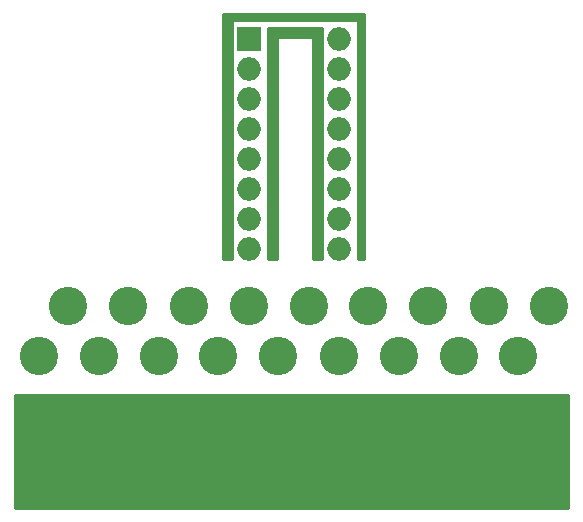
<source format=gbr>
G04 #@! TF.FileFunction,Soldermask,Bot*
%FSLAX46Y46*%
G04 Gerber Fmt 4.6, Leading zero omitted, Abs format (unit mm)*
G04 Created by KiCad (PCBNEW 4.0.7) date 04/02/18 18:29:08*
%MOMM*%
%LPD*%
G01*
G04 APERTURE LIST*
%ADD10C,0.100000*%
%ADD11R,2.000000X2.000000*%
%ADD12O,2.000000X2.000000*%
%ADD13O,2.200000X8.400000*%
%ADD14C,3.250000*%
%ADD15C,0.254000*%
G04 APERTURE END LIST*
D10*
D11*
X138740000Y-104140000D03*
D12*
X146360000Y-121920000D03*
X138740000Y-106680000D03*
X146360000Y-119380000D03*
X138740000Y-109220000D03*
X146360000Y-116840000D03*
X138740000Y-111760000D03*
X146360000Y-114300000D03*
X138740000Y-114300000D03*
X146360000Y-111760000D03*
X138740000Y-116840000D03*
X146360000Y-109220000D03*
X138740000Y-119380000D03*
X146360000Y-106680000D03*
X138740000Y-121920000D03*
X146360000Y-104140000D03*
D13*
X120920000Y-138430000D03*
X123460000Y-138430000D03*
X126000000Y-138430000D03*
X128540000Y-138430000D03*
X131080000Y-138430000D03*
X133620000Y-138430000D03*
X136160000Y-138430000D03*
X138700000Y-138430000D03*
X141240000Y-138430000D03*
X143780000Y-138430000D03*
X146320000Y-138430000D03*
X148860000Y-138430000D03*
X151400000Y-138430000D03*
X153940000Y-138430000D03*
X156480000Y-138430000D03*
X159020000Y-138430000D03*
X161560000Y-138430000D03*
X164100000Y-138430000D03*
D14*
X123440000Y-126740000D03*
X143840000Y-126740000D03*
X126040000Y-130940000D03*
X146340000Y-130940000D03*
X128540000Y-126740000D03*
X148840000Y-126740000D03*
X131140000Y-130940000D03*
X151440000Y-130940000D03*
X133640000Y-126740000D03*
X153940000Y-126740000D03*
X136140000Y-130940000D03*
X156540000Y-130940000D03*
X138740000Y-126740000D03*
X159040000Y-126740000D03*
X141240000Y-130940000D03*
X161540000Y-130940000D03*
X164140000Y-126740000D03*
X120940000Y-130940000D03*
D15*
G36*
X165713000Y-143813000D02*
X118967000Y-143813000D01*
X118967000Y-134267000D01*
X165713000Y-134267000D01*
X165713000Y-143813000D01*
X165713000Y-143813000D01*
G37*
X165713000Y-143813000D02*
X118967000Y-143813000D01*
X118967000Y-134267000D01*
X165713000Y-134267000D01*
X165713000Y-143813000D01*
G36*
X148513000Y-122713000D02*
X147967000Y-122713000D01*
X147967000Y-102640000D01*
X147956994Y-102590590D01*
X147928553Y-102548965D01*
X147886159Y-102521685D01*
X147840000Y-102513000D01*
X137440000Y-102513000D01*
X137390590Y-102523006D01*
X137348965Y-102551447D01*
X137321685Y-102593841D01*
X137313000Y-102640000D01*
X137313000Y-122713000D01*
X136567000Y-122713000D01*
X136567000Y-101967000D01*
X148513000Y-101967000D01*
X148513000Y-122713000D01*
X148513000Y-122713000D01*
G37*
X148513000Y-122713000D02*
X147967000Y-122713000D01*
X147967000Y-102640000D01*
X147956994Y-102590590D01*
X147928553Y-102548965D01*
X147886159Y-102521685D01*
X147840000Y-102513000D01*
X137440000Y-102513000D01*
X137390590Y-102523006D01*
X137348965Y-102551447D01*
X137321685Y-102593841D01*
X137313000Y-102640000D01*
X137313000Y-122713000D01*
X136567000Y-122713000D01*
X136567000Y-101967000D01*
X148513000Y-101967000D01*
X148513000Y-122713000D01*
G36*
X144913000Y-122713000D02*
X144167000Y-122713000D01*
X144167000Y-104040000D01*
X144156994Y-103990590D01*
X144128553Y-103948965D01*
X144086159Y-103921685D01*
X144040000Y-103913000D01*
X141240000Y-103913000D01*
X141190590Y-103923006D01*
X141148965Y-103951447D01*
X141121685Y-103993841D01*
X141113000Y-104040000D01*
X141113000Y-122713000D01*
X140367000Y-122713000D01*
X140367000Y-103167000D01*
X144913000Y-103167000D01*
X144913000Y-122713000D01*
X144913000Y-122713000D01*
G37*
X144913000Y-122713000D02*
X144167000Y-122713000D01*
X144167000Y-104040000D01*
X144156994Y-103990590D01*
X144128553Y-103948965D01*
X144086159Y-103921685D01*
X144040000Y-103913000D01*
X141240000Y-103913000D01*
X141190590Y-103923006D01*
X141148965Y-103951447D01*
X141121685Y-103993841D01*
X141113000Y-104040000D01*
X141113000Y-122713000D01*
X140367000Y-122713000D01*
X140367000Y-103167000D01*
X144913000Y-103167000D01*
X144913000Y-122713000D01*
M02*

</source>
